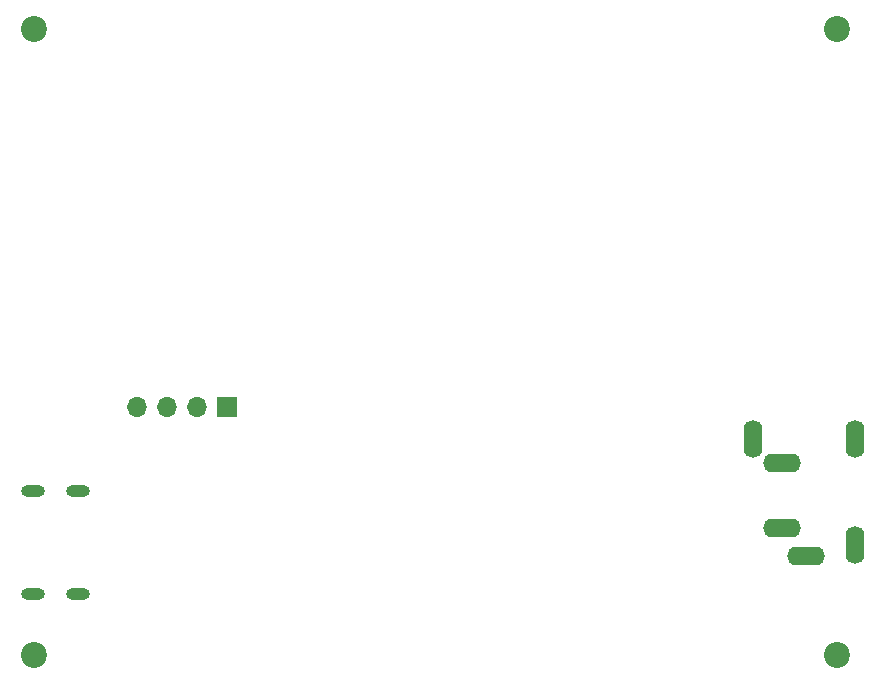
<source format=gbr>
%TF.GenerationSoftware,KiCad,Pcbnew,(6.0.8-1)-1*%
%TF.CreationDate,2022-11-20T20:32:36+00:00*%
%TF.ProjectId,esp32-network-dac,65737033-322d-46e6-9574-776f726b2d64,0.1*%
%TF.SameCoordinates,Original*%
%TF.FileFunction,Soldermask,Bot*%
%TF.FilePolarity,Negative*%
%FSLAX46Y46*%
G04 Gerber Fmt 4.6, Leading zero omitted, Abs format (unit mm)*
G04 Created by KiCad (PCBNEW (6.0.8-1)-1) date 2022-11-20 20:32:36*
%MOMM*%
%LPD*%
G01*
G04 APERTURE LIST*
%ADD10O,3.200000X1.600000*%
%ADD11O,1.600000X3.200000*%
%ADD12R,1.700000X1.700000*%
%ADD13O,1.700000X1.700000*%
%ADD14C,2.200000*%
%ADD15O,2.000000X1.000000*%
G04 APERTURE END LIST*
D10*
%TO.C,J2*%
X162357500Y-114675000D03*
X160357500Y-112275000D03*
X160357500Y-106775000D03*
D11*
X166507500Y-113675000D03*
X166507500Y-104775000D03*
X157907500Y-104775000D03*
%TD*%
D12*
%TO.C,J3*%
X113300000Y-102000000D03*
D13*
X110760000Y-102000000D03*
X108220000Y-102000000D03*
X105680000Y-102000000D03*
%TD*%
D14*
%TO.C,H1*%
X97000000Y-123000000D03*
%TD*%
%TO.C,H4*%
X165000000Y-123000000D03*
%TD*%
%TO.C,H2*%
X97000000Y-70000000D03*
%TD*%
D15*
%TO.C,J1*%
X100700000Y-109180000D03*
X100700000Y-117820000D03*
X96900000Y-109180000D03*
X96900000Y-117820000D03*
%TD*%
D14*
%TO.C,H3*%
X165000000Y-70000000D03*
%TD*%
M02*

</source>
